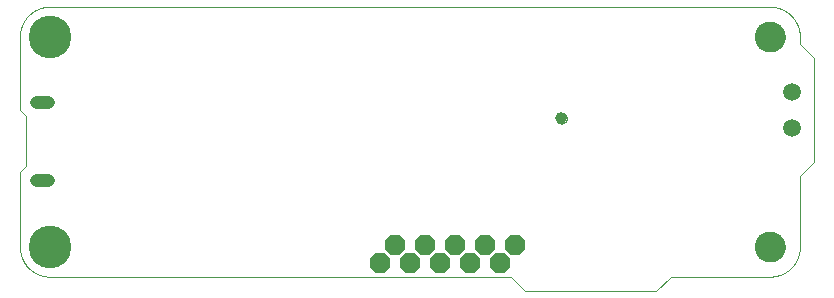
<source format=gbs>
G75*
%MOIN*%
%OFA0B0*%
%FSLAX25Y25*%
%IPPOS*%
%LPD*%
%AMOC8*
5,1,8,0,0,1.08239X$1,22.5*
%
%ADD10C,0.00000*%
%ADD11C,0.10243*%
%ADD12C,0.14243*%
%ADD13C,0.03943*%
%ADD14C,0.05943*%
%ADD15OC8,0.06700*%
%ADD16C,0.04369*%
D10*
X0031728Y0107122D02*
X0185477Y0107122D01*
X0190201Y0102398D01*
X0233925Y0102398D01*
X0238649Y0107122D01*
X0271728Y0107122D01*
X0266807Y0117122D02*
X0266809Y0117262D01*
X0266815Y0117402D01*
X0266825Y0117541D01*
X0266839Y0117680D01*
X0266857Y0117819D01*
X0266878Y0117957D01*
X0266904Y0118095D01*
X0266934Y0118232D01*
X0266967Y0118367D01*
X0267005Y0118502D01*
X0267046Y0118636D01*
X0267091Y0118769D01*
X0267139Y0118900D01*
X0267192Y0119029D01*
X0267248Y0119158D01*
X0267307Y0119284D01*
X0267371Y0119409D01*
X0267437Y0119532D01*
X0267508Y0119653D01*
X0267581Y0119772D01*
X0267658Y0119889D01*
X0267739Y0120003D01*
X0267822Y0120115D01*
X0267909Y0120225D01*
X0267999Y0120333D01*
X0268091Y0120437D01*
X0268187Y0120539D01*
X0268286Y0120639D01*
X0268387Y0120735D01*
X0268491Y0120829D01*
X0268598Y0120919D01*
X0268707Y0121006D01*
X0268819Y0121091D01*
X0268933Y0121172D01*
X0269049Y0121250D01*
X0269167Y0121324D01*
X0269288Y0121395D01*
X0269410Y0121463D01*
X0269535Y0121527D01*
X0269661Y0121588D01*
X0269788Y0121645D01*
X0269918Y0121698D01*
X0270049Y0121748D01*
X0270181Y0121793D01*
X0270314Y0121836D01*
X0270449Y0121874D01*
X0270584Y0121908D01*
X0270721Y0121939D01*
X0270858Y0121966D01*
X0270996Y0121988D01*
X0271135Y0122007D01*
X0271274Y0122022D01*
X0271413Y0122033D01*
X0271553Y0122040D01*
X0271693Y0122043D01*
X0271833Y0122042D01*
X0271973Y0122037D01*
X0272112Y0122028D01*
X0272252Y0122015D01*
X0272391Y0121998D01*
X0272529Y0121977D01*
X0272667Y0121953D01*
X0272804Y0121924D01*
X0272940Y0121892D01*
X0273075Y0121855D01*
X0273209Y0121815D01*
X0273342Y0121771D01*
X0273473Y0121723D01*
X0273603Y0121672D01*
X0273732Y0121617D01*
X0273859Y0121558D01*
X0273984Y0121495D01*
X0274107Y0121430D01*
X0274229Y0121360D01*
X0274348Y0121287D01*
X0274466Y0121211D01*
X0274581Y0121132D01*
X0274694Y0121049D01*
X0274804Y0120963D01*
X0274912Y0120874D01*
X0275017Y0120782D01*
X0275120Y0120687D01*
X0275220Y0120589D01*
X0275317Y0120489D01*
X0275411Y0120385D01*
X0275503Y0120279D01*
X0275591Y0120171D01*
X0275676Y0120060D01*
X0275758Y0119946D01*
X0275837Y0119830D01*
X0275912Y0119713D01*
X0275984Y0119593D01*
X0276052Y0119471D01*
X0276117Y0119347D01*
X0276179Y0119221D01*
X0276237Y0119094D01*
X0276291Y0118965D01*
X0276342Y0118834D01*
X0276388Y0118702D01*
X0276431Y0118569D01*
X0276471Y0118435D01*
X0276506Y0118300D01*
X0276538Y0118163D01*
X0276565Y0118026D01*
X0276589Y0117888D01*
X0276609Y0117750D01*
X0276625Y0117611D01*
X0276637Y0117471D01*
X0276645Y0117332D01*
X0276649Y0117192D01*
X0276649Y0117052D01*
X0276645Y0116912D01*
X0276637Y0116773D01*
X0276625Y0116633D01*
X0276609Y0116494D01*
X0276589Y0116356D01*
X0276565Y0116218D01*
X0276538Y0116081D01*
X0276506Y0115944D01*
X0276471Y0115809D01*
X0276431Y0115675D01*
X0276388Y0115542D01*
X0276342Y0115410D01*
X0276291Y0115279D01*
X0276237Y0115150D01*
X0276179Y0115023D01*
X0276117Y0114897D01*
X0276052Y0114773D01*
X0275984Y0114651D01*
X0275912Y0114531D01*
X0275837Y0114414D01*
X0275758Y0114298D01*
X0275676Y0114184D01*
X0275591Y0114073D01*
X0275503Y0113965D01*
X0275411Y0113859D01*
X0275317Y0113755D01*
X0275220Y0113655D01*
X0275120Y0113557D01*
X0275017Y0113462D01*
X0274912Y0113370D01*
X0274804Y0113281D01*
X0274694Y0113195D01*
X0274581Y0113112D01*
X0274466Y0113033D01*
X0274348Y0112957D01*
X0274229Y0112884D01*
X0274107Y0112814D01*
X0273984Y0112749D01*
X0273859Y0112686D01*
X0273732Y0112627D01*
X0273603Y0112572D01*
X0273473Y0112521D01*
X0273342Y0112473D01*
X0273209Y0112429D01*
X0273075Y0112389D01*
X0272940Y0112352D01*
X0272804Y0112320D01*
X0272667Y0112291D01*
X0272529Y0112267D01*
X0272391Y0112246D01*
X0272252Y0112229D01*
X0272112Y0112216D01*
X0271973Y0112207D01*
X0271833Y0112202D01*
X0271693Y0112201D01*
X0271553Y0112204D01*
X0271413Y0112211D01*
X0271274Y0112222D01*
X0271135Y0112237D01*
X0270996Y0112256D01*
X0270858Y0112278D01*
X0270721Y0112305D01*
X0270584Y0112336D01*
X0270449Y0112370D01*
X0270314Y0112408D01*
X0270181Y0112451D01*
X0270049Y0112496D01*
X0269918Y0112546D01*
X0269788Y0112599D01*
X0269661Y0112656D01*
X0269535Y0112717D01*
X0269410Y0112781D01*
X0269288Y0112849D01*
X0269167Y0112920D01*
X0269049Y0112994D01*
X0268933Y0113072D01*
X0268819Y0113153D01*
X0268707Y0113238D01*
X0268598Y0113325D01*
X0268491Y0113415D01*
X0268387Y0113509D01*
X0268286Y0113605D01*
X0268187Y0113705D01*
X0268091Y0113807D01*
X0267999Y0113911D01*
X0267909Y0114019D01*
X0267822Y0114129D01*
X0267739Y0114241D01*
X0267658Y0114355D01*
X0267581Y0114472D01*
X0267508Y0114591D01*
X0267437Y0114712D01*
X0267371Y0114835D01*
X0267307Y0114960D01*
X0267248Y0115086D01*
X0267192Y0115215D01*
X0267139Y0115344D01*
X0267091Y0115475D01*
X0267046Y0115608D01*
X0267005Y0115742D01*
X0266967Y0115877D01*
X0266934Y0116012D01*
X0266904Y0116149D01*
X0266878Y0116287D01*
X0266857Y0116425D01*
X0266839Y0116564D01*
X0266825Y0116703D01*
X0266815Y0116842D01*
X0266809Y0116982D01*
X0266807Y0117122D01*
X0271728Y0107122D02*
X0271970Y0107125D01*
X0272211Y0107134D01*
X0272452Y0107148D01*
X0272693Y0107169D01*
X0272933Y0107195D01*
X0273173Y0107227D01*
X0273412Y0107265D01*
X0273649Y0107308D01*
X0273886Y0107358D01*
X0274121Y0107413D01*
X0274355Y0107473D01*
X0274587Y0107540D01*
X0274818Y0107611D01*
X0275047Y0107689D01*
X0275274Y0107772D01*
X0275499Y0107860D01*
X0275722Y0107954D01*
X0275942Y0108053D01*
X0276160Y0108158D01*
X0276375Y0108267D01*
X0276588Y0108382D01*
X0276798Y0108502D01*
X0277004Y0108627D01*
X0277208Y0108757D01*
X0277409Y0108892D01*
X0277606Y0109032D01*
X0277800Y0109176D01*
X0277990Y0109325D01*
X0278176Y0109479D01*
X0278359Y0109637D01*
X0278538Y0109799D01*
X0278713Y0109966D01*
X0278884Y0110137D01*
X0279051Y0110312D01*
X0279213Y0110491D01*
X0279371Y0110674D01*
X0279525Y0110860D01*
X0279674Y0111050D01*
X0279818Y0111244D01*
X0279958Y0111441D01*
X0280093Y0111642D01*
X0280223Y0111846D01*
X0280348Y0112052D01*
X0280468Y0112262D01*
X0280583Y0112475D01*
X0280692Y0112690D01*
X0280797Y0112908D01*
X0280896Y0113128D01*
X0280990Y0113351D01*
X0281078Y0113576D01*
X0281161Y0113803D01*
X0281239Y0114032D01*
X0281310Y0114263D01*
X0281377Y0114495D01*
X0281437Y0114729D01*
X0281492Y0114964D01*
X0281542Y0115201D01*
X0281585Y0115438D01*
X0281623Y0115677D01*
X0281655Y0115917D01*
X0281681Y0116157D01*
X0281702Y0116398D01*
X0281716Y0116639D01*
X0281725Y0116880D01*
X0281728Y0117122D01*
X0281728Y0140587D01*
X0286453Y0145311D01*
X0286453Y0179957D01*
X0281728Y0184681D01*
X0281728Y0187122D01*
X0266807Y0187122D02*
X0266809Y0187262D01*
X0266815Y0187402D01*
X0266825Y0187541D01*
X0266839Y0187680D01*
X0266857Y0187819D01*
X0266878Y0187957D01*
X0266904Y0188095D01*
X0266934Y0188232D01*
X0266967Y0188367D01*
X0267005Y0188502D01*
X0267046Y0188636D01*
X0267091Y0188769D01*
X0267139Y0188900D01*
X0267192Y0189029D01*
X0267248Y0189158D01*
X0267307Y0189284D01*
X0267371Y0189409D01*
X0267437Y0189532D01*
X0267508Y0189653D01*
X0267581Y0189772D01*
X0267658Y0189889D01*
X0267739Y0190003D01*
X0267822Y0190115D01*
X0267909Y0190225D01*
X0267999Y0190333D01*
X0268091Y0190437D01*
X0268187Y0190539D01*
X0268286Y0190639D01*
X0268387Y0190735D01*
X0268491Y0190829D01*
X0268598Y0190919D01*
X0268707Y0191006D01*
X0268819Y0191091D01*
X0268933Y0191172D01*
X0269049Y0191250D01*
X0269167Y0191324D01*
X0269288Y0191395D01*
X0269410Y0191463D01*
X0269535Y0191527D01*
X0269661Y0191588D01*
X0269788Y0191645D01*
X0269918Y0191698D01*
X0270049Y0191748D01*
X0270181Y0191793D01*
X0270314Y0191836D01*
X0270449Y0191874D01*
X0270584Y0191908D01*
X0270721Y0191939D01*
X0270858Y0191966D01*
X0270996Y0191988D01*
X0271135Y0192007D01*
X0271274Y0192022D01*
X0271413Y0192033D01*
X0271553Y0192040D01*
X0271693Y0192043D01*
X0271833Y0192042D01*
X0271973Y0192037D01*
X0272112Y0192028D01*
X0272252Y0192015D01*
X0272391Y0191998D01*
X0272529Y0191977D01*
X0272667Y0191953D01*
X0272804Y0191924D01*
X0272940Y0191892D01*
X0273075Y0191855D01*
X0273209Y0191815D01*
X0273342Y0191771D01*
X0273473Y0191723D01*
X0273603Y0191672D01*
X0273732Y0191617D01*
X0273859Y0191558D01*
X0273984Y0191495D01*
X0274107Y0191430D01*
X0274229Y0191360D01*
X0274348Y0191287D01*
X0274466Y0191211D01*
X0274581Y0191132D01*
X0274694Y0191049D01*
X0274804Y0190963D01*
X0274912Y0190874D01*
X0275017Y0190782D01*
X0275120Y0190687D01*
X0275220Y0190589D01*
X0275317Y0190489D01*
X0275411Y0190385D01*
X0275503Y0190279D01*
X0275591Y0190171D01*
X0275676Y0190060D01*
X0275758Y0189946D01*
X0275837Y0189830D01*
X0275912Y0189713D01*
X0275984Y0189593D01*
X0276052Y0189471D01*
X0276117Y0189347D01*
X0276179Y0189221D01*
X0276237Y0189094D01*
X0276291Y0188965D01*
X0276342Y0188834D01*
X0276388Y0188702D01*
X0276431Y0188569D01*
X0276471Y0188435D01*
X0276506Y0188300D01*
X0276538Y0188163D01*
X0276565Y0188026D01*
X0276589Y0187888D01*
X0276609Y0187750D01*
X0276625Y0187611D01*
X0276637Y0187471D01*
X0276645Y0187332D01*
X0276649Y0187192D01*
X0276649Y0187052D01*
X0276645Y0186912D01*
X0276637Y0186773D01*
X0276625Y0186633D01*
X0276609Y0186494D01*
X0276589Y0186356D01*
X0276565Y0186218D01*
X0276538Y0186081D01*
X0276506Y0185944D01*
X0276471Y0185809D01*
X0276431Y0185675D01*
X0276388Y0185542D01*
X0276342Y0185410D01*
X0276291Y0185279D01*
X0276237Y0185150D01*
X0276179Y0185023D01*
X0276117Y0184897D01*
X0276052Y0184773D01*
X0275984Y0184651D01*
X0275912Y0184531D01*
X0275837Y0184414D01*
X0275758Y0184298D01*
X0275676Y0184184D01*
X0275591Y0184073D01*
X0275503Y0183965D01*
X0275411Y0183859D01*
X0275317Y0183755D01*
X0275220Y0183655D01*
X0275120Y0183557D01*
X0275017Y0183462D01*
X0274912Y0183370D01*
X0274804Y0183281D01*
X0274694Y0183195D01*
X0274581Y0183112D01*
X0274466Y0183033D01*
X0274348Y0182957D01*
X0274229Y0182884D01*
X0274107Y0182814D01*
X0273984Y0182749D01*
X0273859Y0182686D01*
X0273732Y0182627D01*
X0273603Y0182572D01*
X0273473Y0182521D01*
X0273342Y0182473D01*
X0273209Y0182429D01*
X0273075Y0182389D01*
X0272940Y0182352D01*
X0272804Y0182320D01*
X0272667Y0182291D01*
X0272529Y0182267D01*
X0272391Y0182246D01*
X0272252Y0182229D01*
X0272112Y0182216D01*
X0271973Y0182207D01*
X0271833Y0182202D01*
X0271693Y0182201D01*
X0271553Y0182204D01*
X0271413Y0182211D01*
X0271274Y0182222D01*
X0271135Y0182237D01*
X0270996Y0182256D01*
X0270858Y0182278D01*
X0270721Y0182305D01*
X0270584Y0182336D01*
X0270449Y0182370D01*
X0270314Y0182408D01*
X0270181Y0182451D01*
X0270049Y0182496D01*
X0269918Y0182546D01*
X0269788Y0182599D01*
X0269661Y0182656D01*
X0269535Y0182717D01*
X0269410Y0182781D01*
X0269288Y0182849D01*
X0269167Y0182920D01*
X0269049Y0182994D01*
X0268933Y0183072D01*
X0268819Y0183153D01*
X0268707Y0183238D01*
X0268598Y0183325D01*
X0268491Y0183415D01*
X0268387Y0183509D01*
X0268286Y0183605D01*
X0268187Y0183705D01*
X0268091Y0183807D01*
X0267999Y0183911D01*
X0267909Y0184019D01*
X0267822Y0184129D01*
X0267739Y0184241D01*
X0267658Y0184355D01*
X0267581Y0184472D01*
X0267508Y0184591D01*
X0267437Y0184712D01*
X0267371Y0184835D01*
X0267307Y0184960D01*
X0267248Y0185086D01*
X0267192Y0185215D01*
X0267139Y0185344D01*
X0267091Y0185475D01*
X0267046Y0185608D01*
X0267005Y0185742D01*
X0266967Y0185877D01*
X0266934Y0186012D01*
X0266904Y0186149D01*
X0266878Y0186287D01*
X0266857Y0186425D01*
X0266839Y0186564D01*
X0266825Y0186703D01*
X0266815Y0186842D01*
X0266809Y0186982D01*
X0266807Y0187122D01*
X0271728Y0197122D02*
X0271970Y0197119D01*
X0272211Y0197110D01*
X0272452Y0197096D01*
X0272693Y0197075D01*
X0272933Y0197049D01*
X0273173Y0197017D01*
X0273412Y0196979D01*
X0273649Y0196936D01*
X0273886Y0196886D01*
X0274121Y0196831D01*
X0274355Y0196771D01*
X0274587Y0196704D01*
X0274818Y0196633D01*
X0275047Y0196555D01*
X0275274Y0196472D01*
X0275499Y0196384D01*
X0275722Y0196290D01*
X0275942Y0196191D01*
X0276160Y0196086D01*
X0276375Y0195977D01*
X0276588Y0195862D01*
X0276798Y0195742D01*
X0277004Y0195617D01*
X0277208Y0195487D01*
X0277409Y0195352D01*
X0277606Y0195212D01*
X0277800Y0195068D01*
X0277990Y0194919D01*
X0278176Y0194765D01*
X0278359Y0194607D01*
X0278538Y0194445D01*
X0278713Y0194278D01*
X0278884Y0194107D01*
X0279051Y0193932D01*
X0279213Y0193753D01*
X0279371Y0193570D01*
X0279525Y0193384D01*
X0279674Y0193194D01*
X0279818Y0193000D01*
X0279958Y0192803D01*
X0280093Y0192602D01*
X0280223Y0192398D01*
X0280348Y0192192D01*
X0280468Y0191982D01*
X0280583Y0191769D01*
X0280692Y0191554D01*
X0280797Y0191336D01*
X0280896Y0191116D01*
X0280990Y0190893D01*
X0281078Y0190668D01*
X0281161Y0190441D01*
X0281239Y0190212D01*
X0281310Y0189981D01*
X0281377Y0189749D01*
X0281437Y0189515D01*
X0281492Y0189280D01*
X0281542Y0189043D01*
X0281585Y0188806D01*
X0281623Y0188567D01*
X0281655Y0188327D01*
X0281681Y0188087D01*
X0281702Y0187846D01*
X0281716Y0187605D01*
X0281725Y0187364D01*
X0281728Y0187122D01*
X0271728Y0197122D02*
X0031728Y0197122D01*
X0031486Y0197119D01*
X0031245Y0197110D01*
X0031004Y0197096D01*
X0030763Y0197075D01*
X0030523Y0197049D01*
X0030283Y0197017D01*
X0030044Y0196979D01*
X0029807Y0196936D01*
X0029570Y0196886D01*
X0029335Y0196831D01*
X0029101Y0196771D01*
X0028869Y0196704D01*
X0028638Y0196633D01*
X0028409Y0196555D01*
X0028182Y0196472D01*
X0027957Y0196384D01*
X0027734Y0196290D01*
X0027514Y0196191D01*
X0027296Y0196086D01*
X0027081Y0195977D01*
X0026868Y0195862D01*
X0026658Y0195742D01*
X0026452Y0195617D01*
X0026248Y0195487D01*
X0026047Y0195352D01*
X0025850Y0195212D01*
X0025656Y0195068D01*
X0025466Y0194919D01*
X0025280Y0194765D01*
X0025097Y0194607D01*
X0024918Y0194445D01*
X0024743Y0194278D01*
X0024572Y0194107D01*
X0024405Y0193932D01*
X0024243Y0193753D01*
X0024085Y0193570D01*
X0023931Y0193384D01*
X0023782Y0193194D01*
X0023638Y0193000D01*
X0023498Y0192803D01*
X0023363Y0192602D01*
X0023233Y0192398D01*
X0023108Y0192192D01*
X0022988Y0191982D01*
X0022873Y0191769D01*
X0022764Y0191554D01*
X0022659Y0191336D01*
X0022560Y0191116D01*
X0022466Y0190893D01*
X0022378Y0190668D01*
X0022295Y0190441D01*
X0022217Y0190212D01*
X0022146Y0189981D01*
X0022079Y0189749D01*
X0022019Y0189515D01*
X0021964Y0189280D01*
X0021914Y0189043D01*
X0021871Y0188806D01*
X0021833Y0188567D01*
X0021801Y0188327D01*
X0021775Y0188087D01*
X0021754Y0187846D01*
X0021740Y0187605D01*
X0021731Y0187364D01*
X0021728Y0187122D01*
X0021728Y0162622D01*
X0023728Y0160622D01*
X0023728Y0144122D01*
X0021728Y0142122D01*
X0021728Y0117122D01*
X0021731Y0116880D01*
X0021740Y0116639D01*
X0021754Y0116398D01*
X0021775Y0116157D01*
X0021801Y0115917D01*
X0021833Y0115677D01*
X0021871Y0115438D01*
X0021914Y0115201D01*
X0021964Y0114964D01*
X0022019Y0114729D01*
X0022079Y0114495D01*
X0022146Y0114263D01*
X0022217Y0114032D01*
X0022295Y0113803D01*
X0022378Y0113576D01*
X0022466Y0113351D01*
X0022560Y0113128D01*
X0022659Y0112908D01*
X0022764Y0112690D01*
X0022873Y0112475D01*
X0022988Y0112262D01*
X0023108Y0112052D01*
X0023233Y0111846D01*
X0023363Y0111642D01*
X0023498Y0111441D01*
X0023638Y0111244D01*
X0023782Y0111050D01*
X0023931Y0110860D01*
X0024085Y0110674D01*
X0024243Y0110491D01*
X0024405Y0110312D01*
X0024572Y0110137D01*
X0024743Y0109966D01*
X0024918Y0109799D01*
X0025097Y0109637D01*
X0025280Y0109479D01*
X0025466Y0109325D01*
X0025656Y0109176D01*
X0025850Y0109032D01*
X0026047Y0108892D01*
X0026248Y0108757D01*
X0026452Y0108627D01*
X0026658Y0108502D01*
X0026868Y0108382D01*
X0027081Y0108267D01*
X0027296Y0108158D01*
X0027514Y0108053D01*
X0027734Y0107954D01*
X0027957Y0107860D01*
X0028182Y0107772D01*
X0028409Y0107689D01*
X0028638Y0107611D01*
X0028869Y0107540D01*
X0029101Y0107473D01*
X0029335Y0107413D01*
X0029570Y0107358D01*
X0029807Y0107308D01*
X0030044Y0107265D01*
X0030283Y0107227D01*
X0030523Y0107195D01*
X0030763Y0107169D01*
X0031004Y0107148D01*
X0031245Y0107134D01*
X0031486Y0107125D01*
X0031728Y0107122D01*
X0030606Y0138396D02*
X0027850Y0138396D01*
X0027788Y0138398D01*
X0027727Y0138404D01*
X0027666Y0138413D01*
X0027605Y0138427D01*
X0027546Y0138444D01*
X0027488Y0138465D01*
X0027431Y0138490D01*
X0027376Y0138518D01*
X0027323Y0138549D01*
X0027272Y0138584D01*
X0027223Y0138622D01*
X0027176Y0138663D01*
X0027133Y0138706D01*
X0027092Y0138753D01*
X0027054Y0138802D01*
X0027019Y0138853D01*
X0026988Y0138906D01*
X0026960Y0138961D01*
X0026935Y0139018D01*
X0026914Y0139076D01*
X0026897Y0139135D01*
X0026883Y0139196D01*
X0026874Y0139257D01*
X0026868Y0139318D01*
X0026866Y0139380D01*
X0026868Y0139442D01*
X0026874Y0139503D01*
X0026883Y0139564D01*
X0026897Y0139625D01*
X0026914Y0139684D01*
X0026935Y0139742D01*
X0026960Y0139799D01*
X0026988Y0139854D01*
X0027019Y0139907D01*
X0027054Y0139958D01*
X0027092Y0140007D01*
X0027133Y0140054D01*
X0027176Y0140097D01*
X0027223Y0140138D01*
X0027272Y0140176D01*
X0027323Y0140211D01*
X0027376Y0140242D01*
X0027431Y0140270D01*
X0027488Y0140295D01*
X0027546Y0140316D01*
X0027605Y0140333D01*
X0027666Y0140347D01*
X0027727Y0140356D01*
X0027788Y0140362D01*
X0027850Y0140364D01*
X0030606Y0140364D01*
X0030668Y0140362D01*
X0030729Y0140356D01*
X0030790Y0140347D01*
X0030851Y0140333D01*
X0030910Y0140316D01*
X0030968Y0140295D01*
X0031025Y0140270D01*
X0031080Y0140242D01*
X0031133Y0140211D01*
X0031184Y0140176D01*
X0031233Y0140138D01*
X0031280Y0140097D01*
X0031323Y0140054D01*
X0031364Y0140007D01*
X0031402Y0139958D01*
X0031437Y0139907D01*
X0031468Y0139854D01*
X0031496Y0139799D01*
X0031521Y0139742D01*
X0031542Y0139684D01*
X0031559Y0139625D01*
X0031573Y0139564D01*
X0031582Y0139503D01*
X0031588Y0139442D01*
X0031590Y0139380D01*
X0031588Y0139318D01*
X0031582Y0139257D01*
X0031573Y0139196D01*
X0031559Y0139135D01*
X0031542Y0139076D01*
X0031521Y0139018D01*
X0031496Y0138961D01*
X0031468Y0138906D01*
X0031437Y0138853D01*
X0031402Y0138802D01*
X0031364Y0138753D01*
X0031323Y0138706D01*
X0031280Y0138663D01*
X0031233Y0138622D01*
X0031184Y0138584D01*
X0031133Y0138549D01*
X0031080Y0138518D01*
X0031025Y0138490D01*
X0030968Y0138465D01*
X0030910Y0138444D01*
X0030851Y0138427D01*
X0030790Y0138413D01*
X0030729Y0138404D01*
X0030668Y0138398D01*
X0030606Y0138396D01*
X0030606Y0164380D02*
X0027850Y0164380D01*
X0027788Y0164382D01*
X0027727Y0164388D01*
X0027666Y0164397D01*
X0027605Y0164411D01*
X0027546Y0164428D01*
X0027488Y0164449D01*
X0027431Y0164474D01*
X0027376Y0164502D01*
X0027323Y0164533D01*
X0027272Y0164568D01*
X0027223Y0164606D01*
X0027176Y0164647D01*
X0027133Y0164690D01*
X0027092Y0164737D01*
X0027054Y0164786D01*
X0027019Y0164837D01*
X0026988Y0164890D01*
X0026960Y0164945D01*
X0026935Y0165002D01*
X0026914Y0165060D01*
X0026897Y0165119D01*
X0026883Y0165180D01*
X0026874Y0165241D01*
X0026868Y0165302D01*
X0026866Y0165364D01*
X0026868Y0165426D01*
X0026874Y0165487D01*
X0026883Y0165548D01*
X0026897Y0165609D01*
X0026914Y0165668D01*
X0026935Y0165726D01*
X0026960Y0165783D01*
X0026988Y0165838D01*
X0027019Y0165891D01*
X0027054Y0165942D01*
X0027092Y0165991D01*
X0027133Y0166038D01*
X0027176Y0166081D01*
X0027223Y0166122D01*
X0027272Y0166160D01*
X0027323Y0166195D01*
X0027376Y0166226D01*
X0027431Y0166254D01*
X0027488Y0166279D01*
X0027546Y0166300D01*
X0027605Y0166317D01*
X0027666Y0166331D01*
X0027727Y0166340D01*
X0027788Y0166346D01*
X0027850Y0166348D01*
X0030606Y0166348D01*
X0030668Y0166346D01*
X0030729Y0166340D01*
X0030790Y0166331D01*
X0030851Y0166317D01*
X0030910Y0166300D01*
X0030968Y0166279D01*
X0031025Y0166254D01*
X0031080Y0166226D01*
X0031133Y0166195D01*
X0031184Y0166160D01*
X0031233Y0166122D01*
X0031280Y0166081D01*
X0031323Y0166038D01*
X0031364Y0165991D01*
X0031402Y0165942D01*
X0031437Y0165891D01*
X0031468Y0165838D01*
X0031496Y0165783D01*
X0031521Y0165726D01*
X0031542Y0165668D01*
X0031559Y0165609D01*
X0031573Y0165548D01*
X0031582Y0165487D01*
X0031588Y0165426D01*
X0031590Y0165364D01*
X0031588Y0165302D01*
X0031582Y0165241D01*
X0031573Y0165180D01*
X0031559Y0165119D01*
X0031542Y0165060D01*
X0031521Y0165002D01*
X0031496Y0164945D01*
X0031468Y0164890D01*
X0031437Y0164837D01*
X0031402Y0164786D01*
X0031364Y0164737D01*
X0031323Y0164690D01*
X0031280Y0164647D01*
X0031233Y0164606D01*
X0031184Y0164568D01*
X0031133Y0164533D01*
X0031080Y0164502D01*
X0031025Y0164474D01*
X0030968Y0164449D01*
X0030910Y0164428D01*
X0030851Y0164411D01*
X0030790Y0164397D01*
X0030729Y0164388D01*
X0030668Y0164382D01*
X0030606Y0164380D01*
X0200476Y0159961D02*
X0200478Y0160045D01*
X0200484Y0160128D01*
X0200494Y0160211D01*
X0200508Y0160294D01*
X0200525Y0160376D01*
X0200547Y0160457D01*
X0200572Y0160536D01*
X0200601Y0160615D01*
X0200634Y0160692D01*
X0200670Y0160767D01*
X0200710Y0160841D01*
X0200753Y0160913D01*
X0200800Y0160982D01*
X0200850Y0161049D01*
X0200903Y0161114D01*
X0200959Y0161176D01*
X0201017Y0161236D01*
X0201079Y0161293D01*
X0201143Y0161346D01*
X0201210Y0161397D01*
X0201279Y0161444D01*
X0201350Y0161489D01*
X0201423Y0161529D01*
X0201498Y0161566D01*
X0201575Y0161600D01*
X0201653Y0161630D01*
X0201732Y0161656D01*
X0201813Y0161679D01*
X0201895Y0161697D01*
X0201977Y0161712D01*
X0202060Y0161723D01*
X0202143Y0161730D01*
X0202227Y0161733D01*
X0202311Y0161732D01*
X0202394Y0161727D01*
X0202478Y0161718D01*
X0202560Y0161705D01*
X0202642Y0161689D01*
X0202723Y0161668D01*
X0202804Y0161644D01*
X0202882Y0161616D01*
X0202960Y0161584D01*
X0203036Y0161548D01*
X0203110Y0161509D01*
X0203182Y0161467D01*
X0203252Y0161421D01*
X0203320Y0161372D01*
X0203385Y0161320D01*
X0203448Y0161265D01*
X0203508Y0161207D01*
X0203566Y0161146D01*
X0203620Y0161082D01*
X0203672Y0161016D01*
X0203720Y0160948D01*
X0203765Y0160877D01*
X0203806Y0160804D01*
X0203845Y0160730D01*
X0203879Y0160654D01*
X0203910Y0160576D01*
X0203937Y0160497D01*
X0203961Y0160416D01*
X0203980Y0160335D01*
X0203996Y0160253D01*
X0204008Y0160170D01*
X0204016Y0160086D01*
X0204020Y0160003D01*
X0204020Y0159919D01*
X0204016Y0159836D01*
X0204008Y0159752D01*
X0203996Y0159669D01*
X0203980Y0159587D01*
X0203961Y0159506D01*
X0203937Y0159425D01*
X0203910Y0159346D01*
X0203879Y0159268D01*
X0203845Y0159192D01*
X0203806Y0159118D01*
X0203765Y0159045D01*
X0203720Y0158974D01*
X0203672Y0158906D01*
X0203620Y0158840D01*
X0203566Y0158776D01*
X0203508Y0158715D01*
X0203448Y0158657D01*
X0203385Y0158602D01*
X0203320Y0158550D01*
X0203252Y0158501D01*
X0203182Y0158455D01*
X0203110Y0158413D01*
X0203036Y0158374D01*
X0202960Y0158338D01*
X0202882Y0158306D01*
X0202804Y0158278D01*
X0202723Y0158254D01*
X0202642Y0158233D01*
X0202560Y0158217D01*
X0202478Y0158204D01*
X0202394Y0158195D01*
X0202311Y0158190D01*
X0202227Y0158189D01*
X0202143Y0158192D01*
X0202060Y0158199D01*
X0201977Y0158210D01*
X0201895Y0158225D01*
X0201813Y0158243D01*
X0201732Y0158266D01*
X0201653Y0158292D01*
X0201575Y0158322D01*
X0201498Y0158356D01*
X0201423Y0158393D01*
X0201350Y0158433D01*
X0201279Y0158478D01*
X0201210Y0158525D01*
X0201143Y0158576D01*
X0201079Y0158629D01*
X0201017Y0158686D01*
X0200959Y0158746D01*
X0200903Y0158808D01*
X0200850Y0158873D01*
X0200800Y0158940D01*
X0200753Y0159009D01*
X0200710Y0159081D01*
X0200670Y0159155D01*
X0200634Y0159230D01*
X0200601Y0159307D01*
X0200572Y0159386D01*
X0200547Y0159465D01*
X0200525Y0159546D01*
X0200508Y0159628D01*
X0200494Y0159711D01*
X0200484Y0159794D01*
X0200478Y0159877D01*
X0200476Y0159961D01*
D11*
X0271728Y0187122D03*
X0271728Y0117122D03*
D12*
X0031728Y0117122D03*
X0031728Y0187122D03*
D13*
X0202248Y0159961D03*
D14*
X0279228Y0156717D03*
X0279228Y0168528D03*
D15*
X0186728Y0117803D03*
X0181728Y0111803D03*
X0176728Y0117803D03*
X0171728Y0111803D03*
X0166728Y0117803D03*
X0161728Y0111803D03*
X0156728Y0117803D03*
X0151728Y0111803D03*
X0146728Y0117803D03*
X0141728Y0111803D03*
D16*
X0031213Y0139380D02*
X0027244Y0139380D01*
X0027244Y0165364D02*
X0031213Y0165364D01*
M02*

</source>
